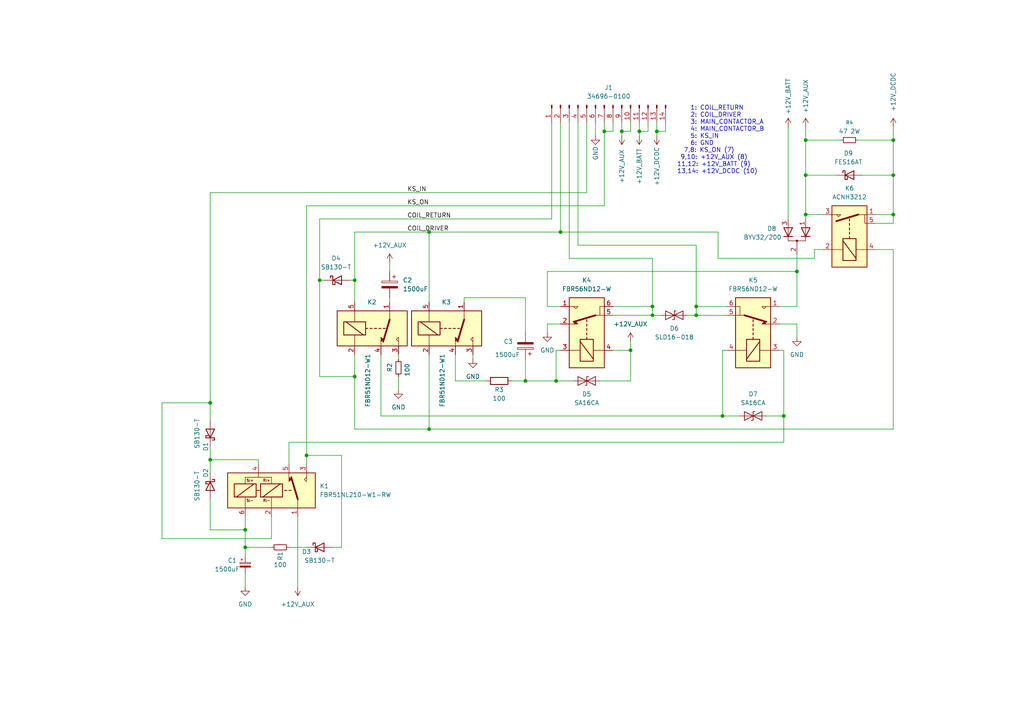
<source format=kicad_sch>
(kicad_sch (version 20250114) (generator "eeschema") (generator_version "9.0")
  (paper "A4")
  (lib_symbols
    (symbol "+12V_BATT_1" (power) (pin_names (offset 0))
      (property "Value" "+12V_BATT_1" (at 0 3.556 0))
      (symbol "+12V_BATT_1_0_1"
        (polyline (pts (xy -0.762 1.27) (xy 0 2.54)))
        (polyline (pts (xy 0 2.54) (xy 0.762 1.27)))
        (polyline (pts (xy 0 0) (xy 0 2.54)))
      )
      (symbol "+12V_BATT_1_1_1"
        (pin power_in line (at 0 0 90) (length 0) (hide yes) (name "+12V_BATT") (number "1"))
      )
    )
    (symbol "Connector:Conn_01x14_Pin" (pin_names (offset 1.016) (hide yes))
      (property "Reference" "J" (at 0 17.78 0))
      (property "Value" "Conn_01x14_Pin" (at 0 -20.32 0))
      (symbol "Conn_01x14_Pin_1_1"
        (rectangle (start 0.8636 15.367) (end 0 15.113) (stroke (width 0.1524)) (fill (type outline)))
        (rectangle (start 0.8636 12.827) (end 0 12.573) (stroke (width 0.1524)) (fill (type outline)))
        (rectangle (start 0.8636 10.287) (end 0 10.033) (stroke (width 0.1524)) (fill (type outline)))
        (rectangle (start 0.8636 7.747) (end 0 7.493) (stroke (width 0.1524)) (fill (type outline)))
        (rectangle (start 0.8636 5.207) (end 0 4.953) (stroke (width 0.1524)) (fill (type outline)))
        (rectangle (start 0.8636 2.667) (end 0 2.413) (stroke (width 0.1524)) (fill (type outline)))
        (rectangle (start 0.8636 0.127) (end 0 -0.127) (stroke (width 0.1524)) (fill (type outline)))
        (rectangle (start 0.8636 -2.413) (end 0 -2.667) (stroke (width 0.1524)) (fill (type outline)))
        (rectangle (start 0.8636 -4.953) (end 0 -5.207) (stroke (width 0.1524)) (fill (type outline)))
        (rectangle (start 0.8636 -7.493) (end 0 -7.747) (stroke (width 0.1524)) (fill (type outline)))
        (rectangle (start 0.8636 -10.033) (end 0 -10.287) (stroke (width 0.1524)) (fill (type outline)))
        (rectangle (start 0.8636 -12.573) (end 0 -12.827) (stroke (width 0.1524)) (fill (type outline)))
        (rectangle (start 0.8636 -15.113) (end 0 -15.367) (stroke (width 0.1524)) (fill (type outline)))
        (rectangle (start 0.8636 -17.653) (end 0 -17.907) (stroke (width 0.1524)) (fill (type outline)))
        (polyline (pts (xy 1.27 15.24) (xy 0.8636 15.24)) (stroke (width 0.1524)))
        (polyline (pts (xy 1.27 12.7) (xy 0.8636 12.7)) (stroke (width 0.1524)))
        (polyline (pts (xy 1.27 10.16) (xy 0.8636 10.16)) (stroke (width 0.1524)))
        (polyline (pts (xy 1.27 7.62) (xy 0.8636 7.62)) (stroke (width 0.1524)))
        (polyline (pts (xy 1.27 5.08) (xy 0.8636 5.08)) (stroke (width 0.1524)))
        (polyline (pts (xy 1.27 2.54) (xy 0.8636 2.54)) (stroke (width 0.1524)))
        (polyline (pts (xy 1.27 0) (xy 0.8636 0)) (stroke (width 0.1524)))
        (polyline (pts (xy 1.27 -2.54) (xy 0.8636 -2.54)) (stroke (width 0.1524)))
        (polyline (pts (xy 1.27 -5.08) (xy 0.8636 -5.08)) (stroke (width 0.1524)))
        (polyline (pts (xy 1.27 -7.62) (xy 0.8636 -7.62)) (stroke (width 0.1524)))
        (polyline (pts (xy 1.27 -10.16) (xy 0.8636 -10.16)) (stroke (width 0.1524)))
        (polyline (pts (xy 1.27 -12.7) (xy 0.8636 -12.7)) (stroke (width 0.1524)))
        (polyline (pts (xy 1.27 -15.24) (xy 0.8636 -15.24)) (stroke (width 0.1524)))
        (polyline (pts (xy 1.27 -17.78) (xy 0.8636 -17.78)) (stroke (width 0.1524)))
        (pin passive line (at 5.08 15.24 180) (length 3.81) (name "Pin_1") (number "1"))
        (pin passive line (at 5.08 12.7 180) (length 3.81) (name "Pin_2") (number "2"))
        (pin passive line (at 5.08 10.16 180) (length 3.81) (name "Pin_3") (number "3"))
        (pin passive line (at 5.08 7.62 180) (length 3.81) (name "Pin_4") (number "4"))
        (pin passive line (at 5.08 5.08 180) (length 3.81) (name "Pin_5") (number "5"))
        (pin passive line (at 5.08 2.54 180) (length 3.81) (name "Pin_6") (number "6"))
        (pin passive line (at 5.08 0 180) (length 3.81) (name "Pin_7") (number "7"))
        (pin passive line (at 5.08 -2.54 180) (length 3.81) (name "Pin_8") (number "8"))
        (pin passive line (at 5.08 -5.08 180) (length 3.81) (name "Pin_9") (number "9"))
        (pin passive line (at 5.08 -7.62 180) (length 3.81) (name "Pin_10") (number "10"))
        (pin passive line (at 5.08 -10.16 180) (length 3.81) (name "Pin_11") (number "11"))
        (pin passive line (at 5.08 -12.7 180) (length 3.81) (name "Pin_12") (number "12"))
        (pin passive line (at 5.08 -15.24 180) (length 3.81) (name "Pin_13") (number "13"))
        (pin passive line (at 5.08 -17.78 180) (length 3.81) (name "Pin_14") (number "14"))
      )
    )
    (symbol "Device:C_Polarized" (pin_numbers (hide yes)) (pin_names (offset 0.254))
      (property "Reference" "C" (at 0.635 2.54 0))
      (property "Value" "C_Polarized" (at 0.635 -2.54 0))
      (symbol "C_Polarized_0_1"
        (rectangle (start -2.286 0.508) (end 2.286 1.016))
        (polyline (pts (xy -1.778 2.286) (xy -0.762 2.286)))
        (polyline (pts (xy -1.27 2.794) (xy -1.27 1.778)))
        (rectangle (start 2.286 -0.508) (end -2.286 -1.016) (fill (type outline)))
      )
      (symbol "C_Polarized_1_1"
        (pin passive line (at 0 3.81 270) (length 2.794) (name "~") (number "1"))
        (pin passive line (at 0 -3.81 90) (length 2.794) (name "~") (number "2"))
      )
    )
    (symbol "Device:C_Polarized_Small" (pin_numbers (hide yes)) (pin_names (offset 0.254) (hide yes))
      (property "Reference" "C" (at 0.254 1.778 0))
      (property "Value" "C_Polarized_Small" (at 0.254 -2.032 0))
      (symbol "C_Polarized_Small_0_1"
        (rectangle (start -1.524 0.6858) (end 1.524 0.3048))
        (rectangle (start -1.524 -0.3048) (end 1.524 -0.6858) (fill (type outline)))
        (polyline (pts (xy -1.27 1.524) (xy -0.762 1.524)))
        (polyline (pts (xy -1.016 1.27) (xy -1.016 1.778)))
      )
      (symbol "C_Polarized_Small_1_1"
        (pin passive line (at 0 2.54 270) (length 1.8542) (name "~") (number "1"))
        (pin passive line (at 0 -2.54 90) (length 1.8542) (name "~") (number "2"))
      )
    )
    (symbol "Device:D_Dual_CommonCathode_AKA_Parallel" (pin_names (offset 0.762) (hide yes))
      (property "Reference" "D" (at 0 5.08 0))
      (property "Value" "D_Dual_CommonCathode_AKA_Parallel" (at 0 -5.08 0))
      (symbol "D_Dual_CommonCathode_AKA_Parallel_0_0"
        (polyline (pts (xy 0 3.81) (xy 0 1.27)) (stroke (width 0.254)))
        (polyline (pts (xy 0 -1.27) (xy 0 -3.81)) (stroke (width 0.254)))
      )
      (symbol "D_Dual_CommonCathode_AKA_Parallel_0_1"
        (polyline (pts (xy -2.54 3.81) (xy 0 2.54) (xy -2.54 1.27) (xy -2.54 3.81) (xy -2.54 3.81) (xy -2.54 3.81)) (stroke (width 0.254)))
        (polyline (pts (xy -2.54 -1.27) (xy 0 -2.54) (xy -2.54 -3.81) (xy -2.54 -1.27) (xy -2.54 -1.27) (xy -2.54 -1.27)) (stroke (width 0.254)))
        (polyline (pts (xy -2.54 -2.54) (xy 1.27 -2.54) (xy 1.27 2.54) (xy -2.54 2.54)))
        (polyline (pts (xy 1.27 0) (xy 2.54 0)))
        (circle (center 1.27 0) (radius 0.254) (fill (type outline)))
        (pin passive line (at -5.08 2.54 0) (length 2.54) (name "K") (number "1"))
        (pin passive line (at -5.08 -2.54 0) (length 2.54) (name "K") (number "3"))
        (pin passive line (at 5.08 0 180) (length 2.54) (name "A") (number "2"))
      )
    )
    (symbol "Device:D_Schottky" (pin_numbers (hide yes)) (pin_names (offset 1.016) (hide yes))
      (property "Reference" "D" (at 0 2.54 0))
      (property "Value" "D_Schottky" (at 0 -2.54 0))
      (symbol "D_Schottky_0_1"
        (polyline (pts (xy -1.905 0.635) (xy -1.905 1.27) (xy -1.27 1.27) (xy -1.27 -1.27) (xy -0.635 -1.27) (xy -0.635 -0.635)) (stroke (width 0.254)))
        (polyline (pts (xy 1.27 1.27) (xy 1.27 -1.27) (xy -1.27 0) (xy 1.27 1.27)) (stroke (width 0.254)))
        (polyline (pts (xy 1.27 0) (xy -1.27 0)))
      )
      (symbol "D_Schottky_1_1"
        (pin passive line (at -3.81 0 0) (length 2.54) (name "K") (number "1"))
        (pin passive line (at 3.81 0 180) (length 2.54) (name "A") (number "2"))
      )
    )
    (symbol "Device:R" (pin_numbers (hide yes)) (pin_names (offset 0))
      (property "Reference" "R" (at 2.032 0 90))
      (property "Value" "R" (at 0 0 90))
      (symbol "R_0_1"
        (rectangle (start -1.016 -2.54) (end 1.016 2.54) (stroke (width 0.254)))
      )
      (symbol "R_1_1"
        (pin passive line (at 0 3.81 270) (length 1.27) (name "~") (number "1"))
        (pin passive line (at 0 -3.81 90) (length 1.27) (name "~") (number "2"))
      )
    )
    (symbol "Device:R_Small" (pin_numbers (hide yes)) (pin_names (offset 0.254) (hide yes))
      (property "Reference" "R" (at 0.762 0.508 0))
      (property "Value" "R_Small" (at 0.762 -1.016 0))
      (symbol "R_Small_0_1"
        (rectangle (start -0.762 1.778) (end 0.762 -1.778) (stroke (width 0.2032)))
      )
      (symbol "R_Small_1_1"
        (pin passive line (at 0 2.54 270) (length 0.762) (name "~") (number "1"))
        (pin passive line (at 0 -2.54 90) (length 0.762) (name "~") (number "2"))
      )
    )
    (symbol "Diode:SD12_SOD323" (pin_numbers (hide yes)) (pin_names (offset 1.016) (hide yes))
      (property "Reference" "D" (at 0 2.54 0))
      (property "Value" "SD12_SOD323" (at 0 -2.54 0))
      (symbol "SD12_SOD323_0_1"
        (polyline (pts (xy -2.54 -1.27) (xy 0 0) (xy -2.54 1.27) (xy -2.54 -1.27)) (stroke (width 0.2032)))
        (polyline (pts (xy 0.508 1.27) (xy 0 1.27) (xy 0 -1.27) (xy -0.508 -1.27)) (stroke (width 0.2032)))
        (polyline (pts (xy 1.27 0) (xy -1.27 0)))
        (polyline (pts (xy 2.54 1.27) (xy 2.54 -1.27) (xy 0 0) (xy 2.54 1.27)) (stroke (width 0.2032)))
      )
      (symbol "SD12_SOD323_1_1"
        (pin passive line (at -3.81 0 0) (length 2.54) (name "A1") (number "1"))
        (pin passive line (at 3.81 0 180) (length 2.54) (name "A2") (number "2"))
      )
    )
    (symbol "LocalNets:+12V_AUX" (power) (pin_names (offset 0))
      (property "Value" "+12V_AUX" (at 0 3.556 0))
      (symbol "+12V_AUX_0_1"
        (polyline (pts (xy -0.762 1.27) (xy 0 2.54)))
        (polyline (pts (xy 0 2.54) (xy 0.762 1.27)))
        (polyline (pts (xy 0 0) (xy 0 2.54)))
      )
      (symbol "+12V_AUX_1_1"
        (pin power_in line (at 0 0 90) (length 0) (hide yes) (name "+12V_AUX") (number "1"))
      )
    )
    (symbol "LocalNets:+12V_BATT" (power) (pin_names (offset 0))
      (property "Value" "+12V_BATT" (at 0 3.556 0))
      (symbol "+12V_BATT_0_1"
        (polyline (pts (xy -0.762 1.27) (xy 0 2.54)))
        (polyline (pts (xy 0 2.54) (xy 0.762 1.27)))
        (polyline (pts (xy 0 0) (xy 0 2.54)))
      )
      (symbol "+12V_BATT_1_1"
        (pin power_in line (at 0 0 90) (length 0) (hide yes) (name "+12V_BATT") (number "1"))
      )
    )
    (symbol "LocalNets:+12V_DCDC" (power) (pin_names (offset 0))
      (property "Value" "+12V_DCDC" (at 0 3.556 0))
      (symbol "+12V_DCDC_0_1"
        (polyline (pts (xy -0.762 1.27) (xy 0 2.54)))
        (polyline (pts (xy 0 2.54) (xy 0.762 1.27)))
        (polyline (pts (xy 0 0) (xy 0 2.54)))
      )
      (symbol "+12V_DCDC_1_1"
        (pin power_in line (at 0 0 90) (length 0) (hide yes) (name "+12V_DCDC") (number "1"))
      )
    )
    (symbol "Miscellaneous:ACNH3212"
      (property "Reference" "K" (at 8.89 3.81 0))
      (property "Value" "ACNH3212" (at 8.89 1.27 0))
      (symbol "ACNH3212_0_0"
        (polyline (pts (xy 5.08 5.08) (xy 5.08 2.54) (xy 4.445 3.175) (xy 5.08 3.81)))
      )
      (symbol "ACNH3212_0_1"
        (rectangle (start -10.16 5.08) (end 7.62 -5.08) (stroke (width 0.254)) (fill (type background)))
        (rectangle (start -8.255 1.905) (end -1.905 -1.905) (stroke (width 0.254)))
        (polyline (pts (xy -7.62 -1.905) (xy -2.54 1.905)) (stroke (width 0.254)))
        (polyline (pts (xy -5.08 5.08) (xy -5.08 1.905)))
        (polyline (pts (xy -5.08 -5.08) (xy -5.08 -1.905)))
        (polyline (pts (xy -1.905 0) (xy -1.27 0)) (stroke (width 0.254)))
        (polyline (pts (xy -0.635 0) (xy 0 0)) (stroke (width 0.254)))
        (polyline (pts (xy 0.635 0) (xy 1.27 0)) (stroke (width 0.254)))
        (polyline (pts (xy 1.905 0) (xy 2.54 0)) (stroke (width 0.254)))
        (polyline (pts (xy 2.54 -5.08) (xy 2.54 -4.445) (xy 5.08 -4.445)))
        (polyline (pts (xy 3.175 0) (xy 3.81 0)) (stroke (width 0.254)))
        (polyline (pts (xy 5.08 -2.54) (xy 3.175 3.81)) (stroke (width 0.508)))
        (polyline (pts (xy 5.08 -2.54) (xy 5.08 -5.08)))
      )
      (symbol "ACNH3212_1_1"
        (pin passive line (at -5.08 7.62 270) (length 2.54) (name "~") (number "2"))
        (pin passive line (at -5.08 -7.62 90) (length 2.54) (name "~") (number "4"))
        (pin passive line (at 2.54 -7.62 90) (length 2.54) (name "~") (number "5"))
        (pin passive line (at 5.08 7.62 270) (length 2.54) (name "~") (number "3"))
        (pin passive line (at 5.08 -7.62 90) (length 2.54) (name "~") (number "1"))
      )
    )
    (symbol "Miscellaneous:FBR51ND12-W1"
      (property "Reference" "K" (at 11.43 3.81 0))
      (property "Value" "FBR51ND12-W1" (at 11.43 1.27 0))
      (symbol "FBR51ND12-W1_0_0"
        (polyline (pts (xy 7.62 5.08) (xy 7.62 2.54) (xy 6.985 3.175) (xy 7.62 3.81)))
      )
      (symbol "FBR51ND12-W1_0_1"
        (rectangle (start -10.16 5.08) (end 10.16 -5.08) (stroke (width 0.254)) (fill (type background)))
        (rectangle (start -8.255 1.905) (end -1.905 -1.905) (stroke (width 0.254)))
        (polyline (pts (xy -7.62 -1.905) (xy -2.54 1.905)) (stroke (width 0.254)))
        (polyline (pts (xy -5.08 5.08) (xy -5.08 1.905)))
        (polyline (pts (xy -5.08 -5.08) (xy -5.08 -1.905)))
        (polyline (pts (xy -1.905 0) (xy -1.27 0)) (stroke (width 0.254)))
        (polyline (pts (xy -0.635 0) (xy 0 0)) (stroke (width 0.254)))
        (polyline (pts (xy 0.635 0) (xy 1.27 0)) (stroke (width 0.254)))
        (polyline (pts (xy 1.905 0) (xy 2.54 0)) (stroke (width 0.254)))
        (polyline (pts (xy 2.54 5.08) (xy 2.54 2.54) (xy 3.175 3.175) (xy 2.54 3.81)) (fill (type outline)))
        (polyline (pts (xy 3.175 0) (xy 3.81 0)) (stroke (width 0.254)))
        (polyline (pts (xy 5.08 -2.54) (xy 3.175 3.81)) (stroke (width 0.508)))
        (polyline (pts (xy 5.08 -2.54) (xy 5.08 -5.08)))
      )
      (symbol "FBR51ND12-W1_1_1"
        (pin passive line (at -5.08 7.62 270) (length 2.54) (name "~") (number "2"))
        (pin passive line (at -5.08 -7.62 90) (length 2.54) (name "~") (number "5"))
        (pin passive line (at 2.54 7.62 270) (length 2.54) (name "~") (number "4"))
        (pin passive line (at 5.08 -7.62 90) (length 2.54) (name "~") (number "1"))
        (pin passive line (at 7.62 7.62 270) (length 2.54) (name "~") (number "3"))
      )
    )
    (symbol "Miscellaneous:FBR51NL210-W1-RW"
      (property "Reference" "K" (at 13.335 3.81 0))
      (property "Value" "FBR51NL210-W1-RW" (at 13.335 1.27 0))
      (symbol "FBR51NL210-W1-RW_0_0"
        (text "S:+" (at -6.223 2.921 0) (effects (font (size 0.762 0.762))))
        (text "S:-" (at -6.223 -2.921 0) (effects (font (size 0.762 0.762))))
        (text "R:+" (at -1.397 2.921 0) (effects (font (size 0.762 0.762))))
        (text "R:-" (at -1.397 -2.921 0) (effects (font (size 0.762 0.762))))
      )
      (symbol "FBR51NL210-W1-RW_0_1"
        (rectangle (start -12.7 5.08) (end 12.7 -5.08) (stroke (width 0.254)) (fill (type background)))
        (rectangle (start -10.795 1.905) (end -4.445 -1.905) (stroke (width 0.254)))
        (polyline (pts (xy -10.16 -1.905) (xy -5.08 1.905)) (stroke (width 0.254)))
        (polyline (pts (xy -7.62 3.81) (xy -7.62 1.905)))
        (polyline (pts (xy -7.62 3.81) (xy 0 3.81)))
        (polyline (pts (xy -7.62 -5.08) (xy -7.62 -1.905)))
        (polyline (pts (xy -4.1656 0) (xy -3.5306 0)) (stroke (width 0.254)))
        (rectangle (start -3.175 1.905) (end 3.175 -1.905) (stroke (width 0.254)))
        (polyline (pts (xy -2.54 -1.905) (xy 2.54 1.905)) (stroke (width 0.254)))
        (polyline (pts (xy 0 3.81) (xy 0 1.905)))
        (polyline (pts (xy 0 3.81) (xy -3.81 3.81) (xy -3.81 5.08)))
        (polyline (pts (xy 0 -1.905) (xy 0 -5.08)))
        (polyline (pts (xy 3.81 0) (xy 4.445 0)) (stroke (width 0.254)))
        (polyline (pts (xy 5.08 5.08) (xy 5.08 2.54) (xy 5.715 3.175) (xy 5.08 3.81)) (fill (type outline)))
        (polyline (pts (xy 5.08 0) (xy 5.715 0)) (stroke (width 0.254)))
        (polyline (pts (xy 7.62 -2.54) (xy 5.715 3.81)) (stroke (width 0.508)))
        (polyline (pts (xy 7.62 -2.54) (xy 7.62 -5.08)))
        (polyline (pts (xy 10.16 5.08) (xy 10.16 2.54) (xy 9.525 3.175) (xy 10.16 3.81)))
      )
      (symbol "FBR51NL210-W1-RW_1_1"
        (pin passive line (at -7.62 -7.62 90) (length 2.54) (name "~") (number "6"))
        (pin passive line (at -3.81 7.62 270) (length 2.54) (name "~") (number "4"))
        (pin passive line (at 0 -7.62 90) (length 2.54) (name "~") (number "2"))
        (pin passive line (at 5.08 7.62 270) (length 2.54) (name "~") (number "5"))
        (pin passive line (at 7.62 -7.62 90) (length 2.54) (name "~") (number "1"))
        (pin passive line (at 10.16 7.62 270) (length 2.54) (name "~") (number "3"))
      )
    )
    (symbol "Miscellaneous:FBR56ND12-W"
      (property "Reference" "K" (at 11.43 3.81 0))
      (property "Value" "FBR56ND12-W" (at 11.43 1.27 0))
      (symbol "FBR56ND12-W_0_0"
        (polyline (pts (xy 7.62 5.08) (xy 7.62 2.54) (xy 6.985 3.175) (xy 7.62 3.81)))
      )
      (symbol "FBR56ND12-W_0_1"
        (rectangle (start -10.16 5.08) (end 10.16 -5.08) (stroke (width 0.254)) (fill (type background)))
        (rectangle (start -8.255 1.905) (end -1.905 -1.905) (stroke (width 0.254)))
        (polyline (pts (xy -7.62 -1.905) (xy -2.54 1.905)) (stroke (width 0.254)))
        (polyline (pts (xy -5.08 5.08) (xy -5.08 1.905)))
        (polyline (pts (xy -5.08 -5.08) (xy -5.08 -1.905)))
        (polyline (pts (xy -1.905 0) (xy -1.27 0)) (stroke (width 0.254)))
        (polyline (pts (xy -0.635 0) (xy 0 0)) (stroke (width 0.254)))
        (polyline (pts (xy 0.635 0) (xy 1.27 0)) (stroke (width 0.254)))
        (polyline (pts (xy 1.905 0) (xy 2.54 0)) (stroke (width 0.254)))
        (polyline (pts (xy 2.54 5.08) (xy 2.54 2.54) (xy 3.175 3.175) (xy 2.54 3.81)) (fill (type outline)))
        (polyline (pts (xy 3.175 0) (xy 3.81 0)) (stroke (width 0.254)))
        (polyline (pts (xy 5.08 -2.54) (xy 3.175 3.81)) (stroke (width 0.508)))
        (polyline (pts (xy 5.08 -2.54) (xy 5.08 -5.08)))
        (polyline (pts (xy 7.62 -3.81) (xy 5.08 -3.81)))
        (polyline (pts (xy 7.62 -5.08) (xy 7.62 -3.81)))
      )
      (symbol "FBR56ND12-W_1_1"
        (pin passive line (at -5.08 7.62 270) (length 2.54) (name "~") (number "3"))
        (pin passive line (at -5.08 -7.62 90) (length 2.54) (name "~") (number "4"))
        (pin passive line (at 2.54 7.62 270) (length 2.54) (name "~") (number "2"))
        (pin passive line (at 5.08 -7.62 90) (length 2.54) (name "~") (number "5"))
        (pin passive line (at 7.62 7.62 270) (length 2.54) (name "~") (number "1"))
        (pin passive line (at 7.62 -7.62 90) (length 2.54) (name "~") (number "6"))
      )
    )
    (symbol "R_Small_1" (pin_numbers (hide yes)) (pin_names (offset 0.254) (hide yes))
      (property "Reference" "R" (at 0 0 90))
      (property "Value" "R_Small" (at 1.778 0 90))
      (symbol "R_Small_1_0_1"
        (rectangle (start -0.762 1.778) (end 0.762 -1.778) (stroke (width 0.2032)))
      )
      (symbol "R_Small_1_1_1"
        (pin passive line (at 0 2.54 270) (length 0.762) (name "~") (number "1"))
        (pin passive line (at 0 -2.54 90) (length 0.762) (name "~") (number "2"))
      )
    )
    (symbol "power:GND" (power) (pin_names (offset 0))
      (property "Value" "GND" (at 0 -3.81 0))
      (symbol "GND_0_1"
        (polyline (pts (xy 0 0) (xy 0 -1.27) (xy 1.27 -1.27) (xy 0 -2.54) (xy -1.27 -1.27) (xy 0 -1.27)))
      )
      (symbol "GND_1_1"
        (pin power_in line (at 0 0 270) (length 0) (hide yes) (name "GND") (number "1"))
      )
    )
  )
  (text "    1: COIL_RETURN\n    2: COIL_DRIVER\n    3: MAIN_CONTACTOR_A\n    4: MAIN_CONTACTOR_B\n    5: KS_IN\n    6: GND\n  7,8: KS_ON (7)\n 9,10: +12V_AUX (8)\n11,12: +12V_BATT (9)\n13,14: +12V_DCDC (10)" (at 196.342 50.546 0) (effects (font (size 1.27 1.27)) (justify left bottom)))
  (junction (at 259.08 50.8))
  (junction (at 201.93 91.44))
  (junction (at 161.29 110.49))
  (junction (at 231.14 78.74))
  (junction (at 189.23 91.44))
  (junction (at 60.96 133.35))
  (junction (at 185.42 38.1))
  (junction (at 102.87 81.28))
  (junction (at 201.93 88.9))
  (junction (at 233.68 40.64))
  (junction (at 102.87 109.22))
  (junction (at 88.9 132.08))
  (junction (at 71.12 158.75))
  (junction (at 209.55 120.65))
  (junction (at 180.34 38.1))
  (junction (at 152.4 110.49))
  (junction (at 190.5 38.1))
  (junction (at 124.46 124.46))
  (junction (at 259.08 40.64))
  (junction (at 124.46 67.31))
  (junction (at 233.68 50.8))
  (junction (at 259.08 62.23))
  (junction (at 162.56 67.31))
  (junction (at 227.33 120.65))
  (junction (at 233.68 62.23))
  (junction (at 92.71 81.28))
  (junction (at 175.26 38.1))
  (junction (at 182.88 101.6))
  (junction (at 189.23 88.9))
  (junction (at 60.96 116.84))
  (junction (at 71.12 153.67))
  (wire (pts (xy 175.26 38.1) (xy 175.26 35.56)))
  (wire (pts (xy 259.08 40.64) (xy 259.08 36.83)))
  (wire (pts (xy 102.87 102.87) (xy 102.87 109.22)))
  (wire (pts (xy 83.82 158.75) (xy 88.9 158.75)))
  (wire (pts (xy 226.06 93.98) (xy 231.14 93.98)))
  (wire (pts (xy 161.29 110.49) (xy 166.37 110.49)))
  (wire (pts (xy 165.1 74.93) (xy 165.1 35.56)))
  (wire (pts (xy 161.29 110.49) (xy 152.4 110.49)))
  (wire (pts (xy 60.96 116.84) (xy 46.99 116.84)))
  (wire (pts (xy 180.34 38.1) (xy 180.34 39.37)))
  (wire (pts (xy 208.28 67.31) (xy 208.28 74.93)))
  (wire (pts (xy 187.96 38.1) (xy 187.96 35.56)))
  (wire (pts (xy 227.33 101.6) (xy 227.33 120.65)))
  (wire (pts (xy 60.96 133.35) (xy 60.96 137.16)))
  (wire (pts (xy 102.87 124.46) (xy 124.46 124.46)))
  (wire (pts (xy 115.57 109.22) (xy 115.57 113.03)))
  (wire (pts (xy 88.9 132.08) (xy 99.06 132.08)))
  (wire (pts (xy 231.14 93.98) (xy 231.14 97.79)))
  (wire (pts (xy 92.71 81.28) (xy 92.71 63.5)))
  (wire (pts (xy 110.49 120.65) (xy 209.55 120.65)))
  (wire (pts (xy 185.42 38.1) (xy 185.42 39.37)))
  (wire (pts (xy 71.12 166.37) (xy 71.12 170.18)))
  (wire (pts (xy 175.26 38.1) (xy 177.8 38.1)))
  (wire (pts (xy 259.08 50.8) (xy 259.08 62.23)))
  (wire (pts (xy 259.08 124.46) (xy 259.08 72.39)))
  (wire (pts (xy 71.12 153.67) (xy 71.12 158.75)))
  (wire (pts (xy 233.68 40.64) (xy 243.84 40.64)))
  (wire (pts (xy 173.99 110.49) (xy 182.88 110.49)))
  (wire (pts (xy 254 64.77) (xy 259.08 64.77)))
  (wire (pts (xy 233.68 50.8) (xy 242.57 50.8)))
  (wire (pts (xy 102.87 67.31) (xy 124.46 67.31)))
  (wire (pts (xy 71.12 149.86) (xy 71.12 153.67)))
  (wire (pts (xy 189.23 88.9) (xy 189.23 91.44)))
  (wire (pts (xy 162.56 67.31) (xy 162.56 35.56)))
  (wire (pts (xy 189.23 74.93) (xy 165.1 74.93)))
  (wire (pts (xy 175.26 59.69) (xy 175.26 38.1)))
  (wire (pts (xy 201.93 91.44) (xy 210.82 91.44)))
  (wire (pts (xy 46.99 156.21) (xy 78.74 156.21)))
  (wire (pts (xy 60.96 133.35) (xy 60.96 129.54)))
  (wire (pts (xy 60.96 55.88) (xy 170.18 55.88)))
  (wire (pts (xy 209.55 120.65) (xy 214.63 120.65)))
  (wire (pts (xy 233.68 62.23) (xy 233.68 63.5)))
  (wire (pts (xy 236.22 74.93) (xy 236.22 72.39)))
  (wire (pts (xy 180.34 35.56) (xy 180.34 38.1)))
  (wire (pts (xy 177.8 88.9) (xy 189.23 88.9)))
  (wire (pts (xy 185.42 38.1) (xy 187.96 38.1)))
  (wire (pts (xy 102.87 109.22) (xy 92.71 109.22)))
  (wire (pts (xy 208.28 74.93) (xy 236.22 74.93)))
  (wire (pts (xy 102.87 67.31) (xy 102.87 81.28)))
  (wire (pts (xy 182.88 110.49) (xy 182.88 101.6)))
  (wire (pts (xy 99.06 132.08) (xy 99.06 158.75)))
  (wire (pts (xy 74.93 133.35) (xy 60.96 133.35)))
  (wire (pts (xy 233.68 50.8) (xy 233.68 62.23)))
  (wire (pts (xy 132.08 102.87) (xy 132.08 110.49)))
  (wire (pts (xy 172.72 35.56) (xy 172.72 39.37)))
  (wire (pts (xy 182.88 38.1) (xy 182.88 35.56)))
  (wire (pts (xy 190.5 35.56) (xy 190.5 38.1)))
  (wire (pts (xy 124.46 67.31) (xy 162.56 67.31)))
  (wire (pts (xy 60.96 55.88) (xy 60.96 116.84)))
  (wire (pts (xy 201.93 71.12) (xy 167.64 71.12)))
  (wire (pts (xy 158.75 96.52) (xy 158.75 93.98)))
  (wire (pts (xy 71.12 158.75) (xy 71.12 161.29)))
  (wire (pts (xy 259.08 72.39) (xy 254 72.39)))
  (wire (pts (xy 92.71 81.28) (xy 92.71 109.22)))
  (wire (pts (xy 250.19 50.8) (xy 259.08 50.8)))
  (wire (pts (xy 162.56 67.31) (xy 208.28 67.31)))
  (wire (pts (xy 88.9 134.62) (xy 88.9 132.08)))
  (wire (pts (xy 170.18 55.88) (xy 170.18 35.56)))
  (wire (pts (xy 92.71 63.5) (xy 160.02 63.5)))
  (wire (pts (xy 101.6 81.28) (xy 102.87 81.28)))
  (wire (pts (xy 193.04 38.1) (xy 193.04 35.56)))
  (wire (pts (xy 201.93 91.44) (xy 201.93 88.9)))
  (wire (pts (xy 134.62 86.36) (xy 134.62 87.63)))
  (wire (pts (xy 185.42 35.56) (xy 185.42 38.1)))
  (wire (pts (xy 231.14 73.66) (xy 231.14 78.74)))
  (wire (pts (xy 110.49 102.87) (xy 110.49 120.65)))
  (wire (pts (xy 102.87 109.22) (xy 102.87 124.46)))
  (wire (pts (xy 259.08 64.77) (xy 259.08 62.23)))
  (wire (pts (xy 71.12 158.75) (xy 78.74 158.75)))
  (wire (pts (xy 201.93 88.9) (xy 210.82 88.9)))
  (wire (pts (xy 83.82 134.62) (xy 83.82 128.27)))
  (wire (pts (xy 160.02 63.5) (xy 160.02 35.56)))
  (wire (pts (xy 158.75 78.74) (xy 158.75 88.9)))
  (wire (pts (xy 92.71 81.28) (xy 93.98 81.28)))
  (wire (pts (xy 226.06 101.6) (xy 227.33 101.6)))
  (wire (pts (xy 113.03 76.2) (xy 113.03 78.74)))
  (wire (pts (xy 236.22 72.39) (xy 238.76 72.39)))
  (wire (pts (xy 152.4 86.36) (xy 134.62 86.36)))
  (wire (pts (xy 209.55 101.6) (xy 209.55 120.65)))
  (wire (pts (xy 182.88 99.06) (xy 182.88 101.6)))
  (wire (pts (xy 152.4 104.14) (xy 152.4 110.49)))
  (wire (pts (xy 140.97 110.49) (xy 132.08 110.49)))
  (wire (pts (xy 60.96 116.84) (xy 60.96 121.92)))
  (wire (pts (xy 88.9 59.69) (xy 88.9 132.08)))
  (wire (pts (xy 78.74 149.86) (xy 78.74 156.21)))
  (wire (pts (xy 162.56 101.6) (xy 161.29 101.6)))
  (wire (pts (xy 102.87 81.28) (xy 102.87 87.63)))
  (wire (pts (xy 124.46 124.46) (xy 124.46 102.87)))
  (wire (pts (xy 152.4 86.36) (xy 152.4 96.52)))
  (wire (pts (xy 231.14 88.9) (xy 226.06 88.9)))
  (wire (pts (xy 167.64 71.12) (xy 167.64 35.56)))
  (wire (pts (xy 177.8 91.44) (xy 189.23 91.44)))
  (wire (pts (xy 60.96 144.78) (xy 60.96 153.67)))
  (wire (pts (xy 228.6 36.83) (xy 228.6 63.5)))
  (wire (pts (xy 201.93 88.9) (xy 201.93 71.12)))
  (wire (pts (xy 46.99 116.84) (xy 46.99 156.21)))
  (wire (pts (xy 177.8 38.1) (xy 177.8 35.56)))
  (wire (pts (xy 254 62.23) (xy 259.08 62.23)))
  (wire (pts (xy 227.33 120.65) (xy 222.25 120.65)))
  (wire (pts (xy 189.23 91.44) (xy 191.77 91.44)))
  (wire (pts (xy 210.82 101.6) (xy 209.55 101.6)))
  (wire (pts (xy 86.36 149.86) (xy 86.36 170.18)))
  (wire (pts (xy 190.5 38.1) (xy 190.5 39.37)))
  (wire (pts (xy 158.75 88.9) (xy 162.56 88.9)))
  (wire (pts (xy 124.46 124.46) (xy 259.08 124.46)))
  (wire (pts (xy 233.68 36.83) (xy 233.68 40.64)))
  (wire (pts (xy 190.5 38.1) (xy 193.04 38.1)))
  (wire (pts (xy 248.92 40.64) (xy 259.08 40.64)))
  (wire (pts (xy 158.75 78.74) (xy 231.14 78.74)))
  (wire (pts (xy 124.46 67.31) (xy 124.46 87.63)))
  (wire (pts (xy 158.75 93.98) (xy 162.56 93.98)))
  (wire (pts (xy 115.57 102.87) (xy 115.57 104.14)))
  (wire (pts (xy 161.29 101.6) (xy 161.29 110.49)))
  (wire (pts (xy 259.08 40.64) (xy 259.08 50.8)))
  (wire (pts (xy 113.03 86.36) (xy 113.03 87.63)))
  (wire (pts (xy 227.33 120.65) (xy 227.33 128.27)))
  (wire (pts (xy 83.82 128.27) (xy 227.33 128.27)))
  (wire (pts (xy 231.14 78.74) (xy 231.14 88.9)))
  (wire (pts (xy 137.16 102.87) (xy 137.16 104.14)))
  (wire (pts (xy 189.23 88.9) (xy 189.23 74.93)))
  (wire (pts (xy 180.34 38.1) (xy 182.88 38.1)))
  (wire (pts (xy 148.59 110.49) (xy 152.4 110.49)))
  (wire (pts (xy 60.96 153.67) (xy 71.12 153.67)))
  (wire (pts (xy 233.68 40.64) (xy 233.68 50.8)))
  (wire (pts (xy 177.8 101.6) (xy 182.88 101.6)))
  (wire (pts (xy 74.93 133.35) (xy 74.93 134.62)))
  (wire (pts (xy 99.06 158.75) (xy 96.52 158.75)))
  (wire (pts (xy 233.68 62.23) (xy 238.76 62.23)))
  (wire (pts (xy 88.9 59.69) (xy 175.26 59.69)))
  (wire (pts (xy 199.39 91.44) (xy 201.93 91.44)))
  (label "KS_ON" (at 118.11 59.69 0))
  (label "KS_IN" (at 118.11 55.88 0))
  (label "COIL_RETURN" (at 118.11 63.5 0))
  (label "COIL_DRIVER" (at 118.11 67.31 0))
  (symbol (lib_id "Connector:Conn_01x14_Pin") (at 175.26 30.48 90) (mirror x) (unit 1)
    (property "Reference" "J1" (at 176.53 25.4 90))
    (property "Value" "34696-0100" (at 176.53 27.94 90))
    (property "Footprint" "SamacSys_Parts:0346960100" (effects (hide yes)))
    (property "Description" "Generic connector, single row, 01x14, script generated" (effects (hide yes)))
  )
  (symbol (lib_id "Device:C_Polarized") (at 113.03 82.55 0) (mirror y) (unit 1)
    (property "Reference" "C2" (at 116.84 81.28 0) (effects (justify right)))
    (property "Value" "1500uF" (at 116.84 83.82 0) (effects (justify right)))
    (property "Footprint" "Capacitor_THT:CP_Radial_D16.0mm_P7.50mm" (effects (hide yes)))
  )
  (symbol (lib_id "Miscellaneous:ACNH3212") (at 246.38 67.31 90) (unit 1)
    (property "Reference" "K6" (at 246.38 54.61 90))
    (property "Value" "ACNH3212" (at 246.38 57.15 90))
    (property "Footprint" "SamacSys_Parts:ACNH3212" (effects (hide yes)))
    (property "Datasheet" "https://www3.panasonic.biz/ac/e_download/control/relay/vehicle/catalog/mech_eng_cnh.pdf" (effects (hide yes)))
    (property "Description" "Automotive Relays SPST-NO 30A 12V PCB RELAY AUTO" (effects (hide yes)))
  )
  (symbol (lib_id "LocalNets:+12V_AUX") (at 113.03 76.2 0) (unit 1)
    (property "Reference" "#PWR0105" (effects (hide yes)))
    (property "Value" "+12V_AUX" (at 113.03 71.12 0))
  )
  (symbol (lib_id "LocalNets:+12V_AUX") (at 182.88 99.06 0) (unit 1)
    (property "Reference" "#PWR0104" (effects (hide yes)))
    (property "Value" "+12V_AUX" (at 182.88 93.98 0))
  )
  (symbol (lib_id "Device:C_Polarized") (at 152.4 100.33 180) (unit 1)
    (property "Reference" "C3" (at 146.05 99.06 0) (effects (justify right)))
    (property "Value" "1500uF" (at 143.51 102.87 0) (effects (justify right)))
    (property "Footprint" "Capacitor_THT:CP_Radial_D16.0mm_P7.50mm" (effects (hide yes)))
  )
  (symbol (lib_id "LocalNets:+12V_DCDC") (at 259.08 36.83 0) (unit 1)
    (property "Reference" "#PWR0112" (effects (hide yes)))
    (property "Value" "+12V_DCDC" (at 259.08 26.67 90))
  )
  (symbol (lib_id "power:GND") (at 115.57 113.03 0) (unit 1)
    (property "Reference" "#PWR0106" (effects (hide yes)))
    (property "Value" "GND" (at 115.57 118.11 0))
  )
  (symbol (lib_id "Device:R_Small") (at 81.28 158.75 90) (unit 1)
    (property "Reference" "R1" (at 81.28 161.29 0))
    (property "Value" "100" (at 81.28 163.83 90))
    (property "Footprint" "Resistor_THT:R_Axial_DIN0207_L6.3mm_D2.5mm_P10.16mm_Horizontal" (effects (hide yes)))
  )
  (symbol (lib_id "power:GND") (at 172.72 39.37 0) (unit 1)
    (property "Reference" "#PWR0115" (effects (hide yes)))
    (property "Value" "GND" (at 172.72 44.45 90))
  )
  (symbol (lib_id "power:GND") (at 137.16 104.14 0) (unit 1)
    (property "Reference" "#PWR0108" (effects (hide yes)))
    (property "Value" "GND" (at 137.16 109.22 0))
  )
  (symbol (lib_id "LocalNets:+12V_BATT") (at 185.42 39.37 180) (unit 1)
    (property "Reference" "#PWR0109" (effects (hide yes)))
    (property "Value" "+12V_BATT" (at 185.42 48.26 90))
  )
  (symbol (lib_id "LocalNets:+12V_AUX") (at 233.68 36.83 0) (unit 1)
    (property "Reference" "#PWR0113" (effects (hide yes)))
    (property "Value" "+12V_AUX" (at 233.68 27.94 90))
  )
  (symbol (lib_name "+12V_BATT_1") (lib_id "LocalNets:+12V_BATT") (at 228.6 36.83 0) (unit 1)
    (property "Reference" "#PWR0114" (effects (hide yes)))
    (property "Value" "+12V_BATT" (at 228.6 27.94 90))
  )
  (symbol (lib_id "Device:R_Small") (at 115.57 106.68 0) (unit 1)
    (property "Reference" "R2" (at 113.03 107.95 90) (effects (justify left)))
    (property "Value" "100" (at 118.11 109.22 90) (effects (justify left)))
    (property "Footprint" "Resistor_THT:R_Axial_DIN0207_L6.3mm_D2.5mm_P10.16mm_Horizontal" (effects (hide yes)))
  )
  (symbol (lib_id "Miscellaneous:FBR51NL210-W1-RW") (at 78.74 142.24 0) (unit 1)
    (property "Reference" "K1" (at 92.71 140.9699 0) (effects (justify left)))
    (property "Value" "FBR51NL210-W1-RW" (at 92.71 143.5099 0) (effects (justify left)))
    (property "Footprint" "SamacSys_Parts:FBR51NL210W1RW" (effects (hide yes)))
    (property "Datasheet" "https://components.omron.com/eu-en/products/relays/G8PM" (effects (hide yes)))
  )
  (symbol (lib_id "Diode:SD12_SOD323") (at 170.18 110.49 0) (unit 1)
    (property "Reference" "D5" (at 170.18 114.3 0))
    (property "Value" "SA16CA" (at 170.18 116.84 0))
    (property "Footprint" "Diode_THT:D_T-1_P10.16mm_Horizontal" (effects (hide yes)))
    (property "Datasheet" "https://www.littelfuse.com/~/media/electronics/datasheets/tvs_diode_arrays/littelfuse_tvs_diode_array_sd_c_datasheet.pdf.pdf" (effects (hide yes)))
  )
  (symbol (lib_id "Miscellaneous:FBR56ND12-W") (at 218.44 96.52 270) (mirror x) (unit 1)
    (property "Reference" "K5" (at 218.44 81.28 90))
    (property "Value" "FBR56ND12-W" (at 218.44 83.82 90))
    (property "Footprint" "SamacSys_Parts:FBR56ND12W" (effects (hide yes)))
    (property "Datasheet" "https://www.fcl-components.com/en/products/details/FBR51ND12-W1" (effects (hide yes)))
  )
  (symbol (lib_id "Device:D_Schottky") (at 92.71 158.75 0) (unit 1)
    (property "Reference" "D3" (at 88.9 160.02 0))
    (property "Value" "SB130-T" (at 92.71 162.56 0))
    (property "Footprint" "Diode_THT:D_DO-41_SOD81_P10.16mm_Horizontal" (effects (hide yes)))
  )
  (symbol (lib_name "R_Small_1") (lib_id "Device:R_Small") (at 246.38 40.64 90) (unit 1)
    (property "Reference" "R4" (at 246.38 35.56 90) (effects (font (size 1.016 1.016))))
    (property "Value" "47 2W" (at 246.38 38.1 90))
    (property "Footprint" "Resistor_THT:R_Axial_DIN0411_L9.9mm_D3.6mm_P15.24mm_Horizontal" (effects (hide yes)))
    (property "Description" "Resistor, small symbol" (effects (hide yes)))
  )
  (symbol (lib_id "power:GND") (at 231.14 97.79 0) (mirror y) (unit 1)
    (property "Reference" "#PWR0103" (effects (hide yes)))
    (property "Value" "GND" (at 231.14 102.87 0))
  )
  (symbol (lib_id "Device:C_Polarized_Small") (at 71.12 163.83 0) (unit 1)
    (property "Reference" "C1" (at 66.04 162.56 0) (effects (justify left)))
    (property "Value" "1500uF" (at 62.23 165.1 0) (effects (justify left)))
    (property "Footprint" "Capacitor_THT:CP_Radial_D16.0mm_P7.50mm" (effects (hide yes)))
  )
  (symbol (lib_id "Diode:SD12_SOD323") (at 218.44 120.65 0) (unit 1)
    (property "Reference" "D7" (at 218.44 114.3 0))
    (property "Value" "SA16CA" (at 218.44 116.84 0))
    (property "Footprint" "Diode_THT:D_T-1_P10.16mm_Horizontal" (effects (hide yes)))
    (property "Datasheet" "https://www.littelfuse.com/~/media/electronics/datasheets/tvs_diode_arrays/littelfuse_tvs_diode_array_sd_c_datasheet.pdf.pdf" (effects (hide yes)))
  )
  (symbol (lib_id "power:GND") (at 158.75 96.52 0) (unit 1)
    (property "Reference" "#PWR0107" (effects (hide yes)))
    (property "Value" "GND" (at 158.75 101.6 0))
  )
  (symbol (lib_id "Device:D_Schottky") (at 246.38 50.8 0) (unit 1)
    (property "Reference" "D9" (at 246.0625 44.45 0))
    (property "Value" "FES16AT" (at 246.0625 46.99 0))
    (property "Footprint" "Package_TO_SOT_THT:TO-220-2_Horizontal_TabDown" (effects (hide yes)))
    (property "Description" "Schottky diode" (effects (hide yes)))
  )
  (symbol (lib_id "Diode:SD12_SOD323") (at 195.58 91.44 0) (unit 1)
    (property "Reference" "D6" (at 195.58 95.25 0))
    (property "Value" "SLD16-018" (at 195.58 97.79 0))
    (property "Footprint" "Diode_THT:D_P600_R-6_P20.00mm_Horizontal" (effects (hide yes)))
    (property "Datasheet" "https://www.littelfuse.com/~/media/electronics/datasheets/tvs_diode_arrays/littelfuse_tvs_diode_array_sd_c_datasheet.pdf.pdf" (effects (hide yes)))
  )
  (symbol (lib_id "Device:D_Schottky") (at 60.96 125.73 270) (mirror x) (unit 1)
    (property "Reference" "D1" (at 59.69 129.54 0))
    (property "Value" "SB130-T" (at 57.15 125.73 0))
    (property "Footprint" "Diode_THT:D_DO-41_SOD81_P10.16mm_Horizontal" (effects (hide yes)))
  )
  (symbol (lib_id "power:GND") (at 71.12 170.18 0) (unit 1)
    (property "Reference" "#PWR0101" (effects (hide yes)))
    (property "Value" "GND" (at 71.12 175.26 0))
  )
  (symbol (lib_id "Device:D_Schottky") (at 97.79 81.28 0) (unit 1)
    (property "Reference" "D4" (at 97.4725 74.93 0))
    (property "Value" "SB130-T" (at 97.4725 77.47 0))
    (property "Footprint" "Diode_THT:D_DO-41_SOD81_P10.16mm_Horizontal" (effects (hide yes)))
  )
  (symbol (lib_id "LocalNets:+12V_DCDC") (at 190.5 39.37 180) (unit 1)
    (property "Reference" "#PWR0110" (effects (hide yes)))
    (property "Value" "+12V_DCDC" (at 190.5 48.26 90))
  )
  (symbol (lib_id "LocalNets:+12V_AUX") (at 180.34 39.37 180) (unit 1)
    (property "Reference" "#PWR0111" (effects (hide yes)))
    (property "Value" "+12V_AUX" (at 180.34 48.26 90))
  )
  (symbol (lib_id "LocalNets:+12V_AUX") (at 86.36 170.18 0) (mirror x) (unit 1)
    (property "Reference" "#PWR0102" (effects (hide yes)))
    (property "Value" "+12V_AUX" (at 86.36 175.26 0))
  )
  (symbol (lib_id "Miscellaneous:FBR51ND12-W1") (at 107.95 95.25 0) (mirror x) (unit 1)
    (property "Reference" "K2" (at 109.22 87.63 0) (effects (justify right)))
    (property "Value" "FBR51ND12-W1" (at 106.68 118.11 90) (effects (justify right)))
    (property "Footprint" "SamacSys_Parts:FBR51ND12-W1" (effects (hide yes)))
    (property "Datasheet" "https://www.fcl-components.com/en/products/details/FBR51ND12-W1" (effects (hide yes)))
  )
  (symbol (lib_id "Miscellaneous:FBR51ND12-W1") (at 129.54 95.25 0) (mirror x) (unit 1)
    (property "Reference" "K3" (at 130.81 87.63 0) (effects (justify right)))
    (property "Value" "FBR51ND12-W1" (at 128.27 118.11 90) (effects (justify right)))
    (property "Footprint" "SamacSys_Parts:FBR51ND12-W1" (effects (hide yes)))
    (property "Datasheet" "https://www.fcl-components.com/en/products/details/FBR51ND12-W1" (effects (hide yes)))
  )
  (symbol (lib_id "Device:D_Schottky") (at 60.96 140.97 270) (unit 1)
    (property "Reference" "D2" (at 59.69 137.16 0))
    (property "Value" "SB130-T" (at 57.15 140.97 0))
    (property "Footprint" "Diode_THT:D_DO-41_SOD81_P10.16mm_Horizontal" (effects (hide yes)))
  )
  (symbol (lib_id "Device:D_Dual_CommonCathode_AKA_Parallel") (at 231.14 68.58 270) (unit 1)
    (property "Reference" "D8" (at 222.504 66.294 90) (effects (justify left)))
    (property "Value" "BYV32/200" (at 215.646 68.834 90) (effects (justify left)))
    (property "Footprint" "Package_TO_SOT_THT:TO-220-3_Horizontal_TabDown" (effects (hide yes)))
  )
  (symbol (lib_id "Miscellaneous:FBR56ND12-W") (at 170.18 96.52 90) (unit 1)
    (property "Reference" "K4" (at 170.18 81.28 90))
    (property "Value" "FBR56ND12-W" (at 170.18 83.82 90))
    (property "Footprint" "SamacSys_Parts:FBR56ND12W" (effects (hide yes)))
    (property "Datasheet" "https://www.fcl-components.com/en/products/details/FBR51ND12-W1" (effects (hide yes)))
  )
  (symbol (lib_id "Device:R") (at 144.78 110.49 90) (unit 1)
    (property "Reference" "R3" (at 144.78 113.03 90))
    (property "Value" "100" (at 144.78 115.57 90))
    (property "Footprint" "Resistor_THT:R_Axial_DIN0207_L6.3mm_D2.5mm_P10.16mm_Horizontal" (effects (hide yes)))
  )
)
</source>
